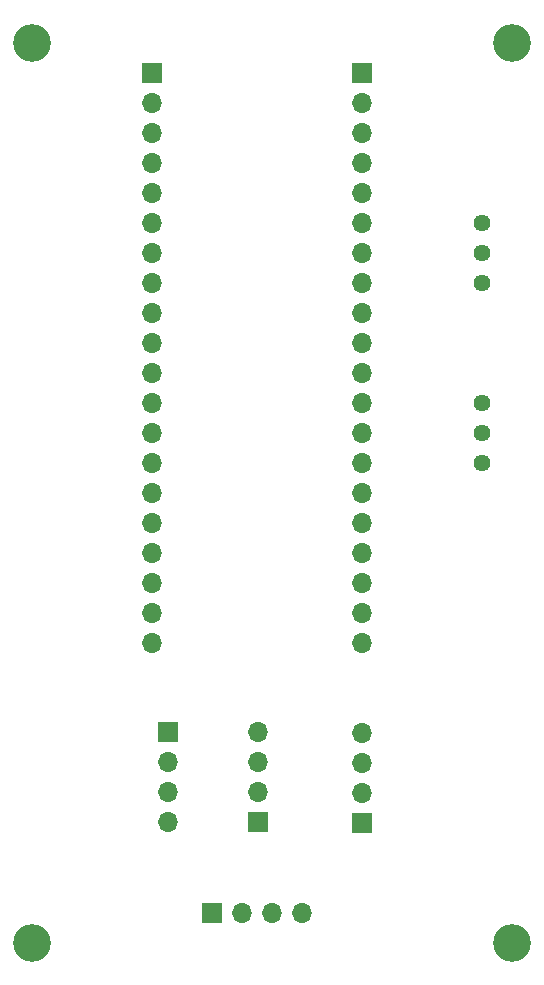
<source format=gbr>
%TF.GenerationSoftware,KiCad,Pcbnew,7.0.8*%
%TF.CreationDate,2023-10-25T17:55:19+09:00*%
%TF.ProjectId,WETHAP_PCB,57455448-4150-45f5-9043-422e6b696361,rev?*%
%TF.SameCoordinates,PX6d9c4d8PY8977a68*%
%TF.FileFunction,Soldermask,Bot*%
%TF.FilePolarity,Negative*%
%FSLAX46Y46*%
G04 Gerber Fmt 4.6, Leading zero omitted, Abs format (unit mm)*
G04 Created by KiCad (PCBNEW 7.0.8) date 2023-10-25 17:55:19*
%MOMM*%
%LPD*%
G01*
G04 APERTURE LIST*
%ADD10R,1.700000X1.700000*%
%ADD11O,1.700000X1.700000*%
%ADD12C,3.200000*%
%ADD13C,1.440000*%
G04 APERTURE END LIST*
D10*
%TO.C,DHT20*%
X32385000Y14605000D03*
D11*
X32385000Y17145000D03*
X32385000Y19685000D03*
X32385000Y22225000D03*
%TD*%
D12*
%TO.C,REF4*%
X45085000Y4445000D03*
%TD*%
D10*
%TO.C,J1*%
X14605000Y78105000D03*
D11*
X14605000Y75565000D03*
X14605000Y73025000D03*
X14605000Y70485000D03*
X14605000Y67945000D03*
X14605000Y65405000D03*
X14605000Y62865000D03*
X14605000Y60325000D03*
X14605000Y57785000D03*
X14605000Y55245000D03*
X14605000Y52705000D03*
X14605000Y50165000D03*
X14605000Y47625000D03*
X14605000Y45085000D03*
X14605000Y42545000D03*
X14605000Y40005000D03*
X14605000Y37465000D03*
X14605000Y34925000D03*
X14605000Y32385000D03*
X14605000Y29845000D03*
%TD*%
D12*
%TO.C,REF3*%
X4445000Y4445000D03*
%TD*%
D10*
%TO.C,LPS25HB1*%
X15935000Y22255000D03*
D11*
X15935000Y19715000D03*
X15935000Y17175000D03*
X15935000Y14635000D03*
%TD*%
D10*
%TO.C,SSD1306*%
X19685000Y6985000D03*
D11*
X22225000Y6985000D03*
X24765000Y6985000D03*
X27305000Y6985000D03*
%TD*%
D13*
%TO.C,RV1*%
X42545000Y50165000D03*
X42545000Y47625000D03*
X42545000Y45085000D03*
%TD*%
D10*
%TO.C,J2*%
X32385000Y78105000D03*
D11*
X32385000Y75565000D03*
X32385000Y73025000D03*
X32385000Y70485000D03*
X32385000Y67945000D03*
X32385000Y65405000D03*
X32385000Y62865000D03*
X32385000Y60325000D03*
X32385000Y57785000D03*
X32385000Y55245000D03*
X32385000Y52705000D03*
X32385000Y50165000D03*
X32385000Y47625000D03*
X32385000Y45085000D03*
X32385000Y42545000D03*
X32385000Y40005000D03*
X32385000Y37465000D03*
X32385000Y34925000D03*
X32385000Y32385000D03*
X32385000Y29845000D03*
%TD*%
D13*
%TO.C,RV2*%
X42545000Y65405000D03*
X42545000Y62865000D03*
X42545000Y60325000D03*
%TD*%
D12*
%TO.C,REF1*%
X4445000Y80645000D03*
%TD*%
%TO.C,REF2*%
X45085000Y80645000D03*
%TD*%
D10*
%TO.C,LPS25HB2*%
X23555000Y14635000D03*
D11*
X23555000Y17175000D03*
X23555000Y19715000D03*
X23555000Y22255000D03*
%TD*%
M02*

</source>
